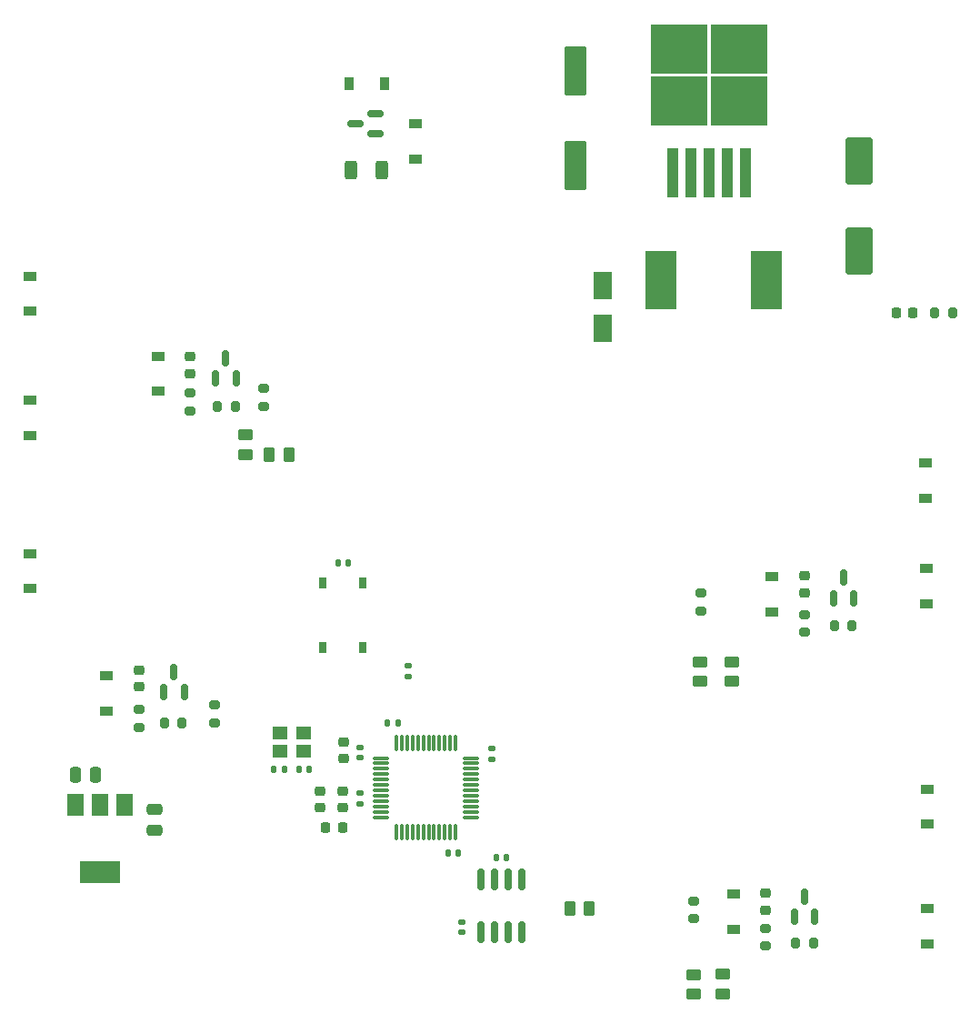
<source format=gtp>
G04 #@! TF.GenerationSoftware,KiCad,Pcbnew,(6.0.11)*
G04 #@! TF.CreationDate,2023-08-29T14:16:44-05:00*
G04 #@! TF.ProjectId,Cabina,43616269-6e61-42e6-9b69-6361645f7063,rev?*
G04 #@! TF.SameCoordinates,Original*
G04 #@! TF.FileFunction,Paste,Top*
G04 #@! TF.FilePolarity,Positive*
%FSLAX46Y46*%
G04 Gerber Fmt 4.6, Leading zero omitted, Abs format (unit mm)*
G04 Created by KiCad (PCBNEW (6.0.11)) date 2023-08-29 14:16:44*
%MOMM*%
%LPD*%
G01*
G04 APERTURE LIST*
G04 Aperture macros list*
%AMRoundRect*
0 Rectangle with rounded corners*
0 $1 Rounding radius*
0 $2 $3 $4 $5 $6 $7 $8 $9 X,Y pos of 4 corners*
0 Add a 4 corners polygon primitive as box body*
4,1,4,$2,$3,$4,$5,$6,$7,$8,$9,$2,$3,0*
0 Add four circle primitives for the rounded corners*
1,1,$1+$1,$2,$3*
1,1,$1+$1,$4,$5*
1,1,$1+$1,$6,$7*
1,1,$1+$1,$8,$9*
0 Add four rect primitives between the rounded corners*
20,1,$1+$1,$2,$3,$4,$5,0*
20,1,$1+$1,$4,$5,$6,$7,0*
20,1,$1+$1,$6,$7,$8,$9,0*
20,1,$1+$1,$8,$9,$2,$3,0*%
G04 Aperture macros list end*
%ADD10RoundRect,0.250000X-0.450000X0.262500X-0.450000X-0.262500X0.450000X-0.262500X0.450000X0.262500X0*%
%ADD11RoundRect,0.150000X0.150000X-0.587500X0.150000X0.587500X-0.150000X0.587500X-0.150000X-0.587500X0*%
%ADD12RoundRect,0.075000X-0.662500X-0.075000X0.662500X-0.075000X0.662500X0.075000X-0.662500X0.075000X0*%
%ADD13RoundRect,0.075000X-0.075000X-0.662500X0.075000X-0.662500X0.075000X0.662500X-0.075000X0.662500X0*%
%ADD14R,1.220000X0.910000*%
%ADD15RoundRect,0.140000X0.140000X0.170000X-0.140000X0.170000X-0.140000X-0.170000X0.140000X-0.170000X0*%
%ADD16RoundRect,0.140000X0.170000X-0.140000X0.170000X0.140000X-0.170000X0.140000X-0.170000X-0.140000X0*%
%ADD17RoundRect,0.250000X-0.250000X-0.475000X0.250000X-0.475000X0.250000X0.475000X-0.250000X0.475000X0*%
%ADD18RoundRect,0.250000X0.450000X-0.262500X0.450000X0.262500X-0.450000X0.262500X-0.450000X-0.262500X0*%
%ADD19RoundRect,0.150000X0.587500X0.150000X-0.587500X0.150000X-0.587500X-0.150000X0.587500X-0.150000X0*%
%ADD20RoundRect,0.200000X-0.275000X0.200000X-0.275000X-0.200000X0.275000X-0.200000X0.275000X0.200000X0*%
%ADD21R,1.800000X2.500000*%
%ADD22RoundRect,0.225000X0.250000X-0.225000X0.250000X0.225000X-0.250000X0.225000X-0.250000X-0.225000X0*%
%ADD23R,5.250000X4.550000*%
%ADD24R,1.100000X4.600000*%
%ADD25RoundRect,0.250000X1.000000X-1.950000X1.000000X1.950000X-1.000000X1.950000X-1.000000X-1.950000X0*%
%ADD26R,2.899999X5.399999*%
%ADD27RoundRect,0.140000X-0.140000X-0.170000X0.140000X-0.170000X0.140000X0.170000X-0.140000X0.170000X0*%
%ADD28RoundRect,0.200000X0.200000X0.275000X-0.200000X0.275000X-0.200000X-0.275000X0.200000X-0.275000X0*%
%ADD29R,1.500000X2.000000*%
%ADD30R,3.800000X2.000000*%
%ADD31RoundRect,0.150000X-0.150000X0.825000X-0.150000X-0.825000X0.150000X-0.825000X0.150000X0.825000X0*%
%ADD32RoundRect,0.250000X-0.262500X-0.450000X0.262500X-0.450000X0.262500X0.450000X-0.262500X0.450000X0*%
%ADD33RoundRect,0.140000X-0.170000X0.140000X-0.170000X-0.140000X0.170000X-0.140000X0.170000X0.140000X0*%
%ADD34RoundRect,0.218750X0.218750X0.256250X-0.218750X0.256250X-0.218750X-0.256250X0.218750X-0.256250X0*%
%ADD35RoundRect,0.250001X0.799999X-2.049999X0.799999X2.049999X-0.799999X2.049999X-0.799999X-2.049999X0*%
%ADD36R,1.200000X0.900000*%
%ADD37RoundRect,0.250000X0.475000X-0.250000X0.475000X0.250000X-0.475000X0.250000X-0.475000X-0.250000X0*%
%ADD38RoundRect,0.218750X-0.256250X0.218750X-0.256250X-0.218750X0.256250X-0.218750X0.256250X0.218750X0*%
%ADD39RoundRect,0.135000X0.185000X-0.135000X0.185000X0.135000X-0.185000X0.135000X-0.185000X-0.135000X0*%
%ADD40R,1.400000X1.200000*%
%ADD41R,0.750000X1.000000*%
%ADD42R,0.910000X1.220000*%
%ADD43RoundRect,0.250000X0.312500X0.625000X-0.312500X0.625000X-0.312500X-0.625000X0.312500X-0.625000X0*%
G04 APERTURE END LIST*
D10*
X176682400Y-98503100D03*
X176682400Y-100328100D03*
X131394200Y-77370300D03*
X131394200Y-79195300D03*
D11*
X182502000Y-122247900D03*
X184402000Y-122247900D03*
X183452000Y-120372900D03*
D12*
X144033300Y-107460600D03*
X144033300Y-107960600D03*
X144033300Y-108460600D03*
X144033300Y-108960600D03*
X144033300Y-109460600D03*
X144033300Y-109960600D03*
X144033300Y-110460600D03*
X144033300Y-110960600D03*
X144033300Y-111460600D03*
X144033300Y-111960600D03*
X144033300Y-112460600D03*
X144033300Y-112960600D03*
D13*
X145445800Y-114373100D03*
X145945800Y-114373100D03*
X146445800Y-114373100D03*
X146945800Y-114373100D03*
X147445800Y-114373100D03*
X147945800Y-114373100D03*
X148445800Y-114373100D03*
X148945800Y-114373100D03*
X149445800Y-114373100D03*
X149945800Y-114373100D03*
X150445800Y-114373100D03*
X150945800Y-114373100D03*
D12*
X152358300Y-112960600D03*
X152358300Y-112460600D03*
X152358300Y-111960600D03*
X152358300Y-111460600D03*
X152358300Y-110960600D03*
X152358300Y-110460600D03*
X152358300Y-109960600D03*
X152358300Y-109460600D03*
X152358300Y-108960600D03*
X152358300Y-108460600D03*
X152358300Y-107960600D03*
X152358300Y-107460600D03*
D13*
X150945800Y-106048100D03*
X150445800Y-106048100D03*
X149945800Y-106048100D03*
X149445800Y-106048100D03*
X148945800Y-106048100D03*
X148445800Y-106048100D03*
X147945800Y-106048100D03*
X147445800Y-106048100D03*
X146945800Y-106048100D03*
X146445800Y-106048100D03*
X145945800Y-106048100D03*
X145445800Y-106048100D03*
D14*
X111302800Y-77403200D03*
X111302800Y-74133200D03*
D15*
X137335200Y-108508800D03*
X136375200Y-108508800D03*
D16*
X142036800Y-107439400D03*
X142036800Y-106479400D03*
D17*
X115509000Y-108991400D03*
X117409000Y-108991400D03*
D14*
X180377600Y-93837000D03*
X180377600Y-90567000D03*
D18*
X173685200Y-100328100D03*
X173685200Y-98503100D03*
D19*
X143482300Y-49337000D03*
X143482300Y-47437000D03*
X141607300Y-48387000D03*
D20*
X173101000Y-120790200D03*
X173101000Y-122440200D03*
D15*
X151203600Y-116332000D03*
X150243600Y-116332000D03*
D14*
X194792600Y-93075000D03*
X194792600Y-89805000D03*
D21*
X164693600Y-63481200D03*
X164693600Y-67481200D03*
D22*
X140462000Y-112103200D03*
X140462000Y-110553200D03*
D18*
X173126400Y-129436500D03*
X173126400Y-127611500D03*
D10*
X175818800Y-127586100D03*
X175818800Y-129411100D03*
D23*
X177323800Y-46268600D03*
X171773800Y-41418600D03*
X177323800Y-41418600D03*
X171773800Y-46268600D03*
D24*
X171148800Y-52993600D03*
X172848800Y-52993600D03*
X174548800Y-52993600D03*
X176248800Y-52993600D03*
X177948800Y-52993600D03*
D25*
X188493400Y-60283200D03*
X188493400Y-51883200D03*
D26*
X170030600Y-62966599D03*
X179930600Y-62966599D03*
D27*
X144604800Y-104190800D03*
X145564800Y-104190800D03*
X134038400Y-108508800D03*
X134998400Y-108508800D03*
D14*
X194868800Y-110353600D03*
X194868800Y-113623600D03*
X194728600Y-79991200D03*
X194728600Y-83261200D03*
D28*
X130415800Y-74752200D03*
X128765800Y-74752200D03*
D29*
X120105200Y-111785000D03*
D30*
X117805200Y-118085000D03*
D29*
X117805200Y-111785000D03*
X115505200Y-111785000D03*
D20*
X128473200Y-102527600D03*
X128473200Y-104177600D03*
D31*
X157122400Y-118748000D03*
X155852400Y-118748000D03*
X154582400Y-118748000D03*
X153312400Y-118748000D03*
X153312400Y-123698000D03*
X154582400Y-123698000D03*
X155852400Y-123698000D03*
X157122400Y-123698000D03*
D32*
X161596700Y-121488200D03*
X163421700Y-121488200D03*
D33*
X154305000Y-106606400D03*
X154305000Y-107566400D03*
D14*
X118389400Y-103057200D03*
X118389400Y-99787200D03*
D22*
X140487400Y-107505800D03*
X140487400Y-105955800D03*
D20*
X133045200Y-73063600D03*
X133045200Y-74713600D03*
D32*
X133580500Y-79248000D03*
X135405500Y-79248000D03*
D20*
X173812200Y-92090100D03*
X173812200Y-93740100D03*
D34*
X193548100Y-66014600D03*
X191973100Y-66014600D03*
D22*
X138328400Y-112103200D03*
X138328400Y-110553200D03*
D20*
X183489600Y-94094800D03*
X183489600Y-95744800D03*
X121513600Y-102959400D03*
X121513600Y-104609400D03*
D35*
X162102800Y-52304400D03*
X162102800Y-43504400D03*
D28*
X125462800Y-104190800D03*
X123812800Y-104190800D03*
D16*
X151561800Y-123695400D03*
X151561800Y-122735400D03*
D34*
X140411300Y-113893600D03*
X138836300Y-113893600D03*
D11*
X186121000Y-92555300D03*
X188021000Y-92555300D03*
X187071000Y-90680300D03*
D14*
X111353600Y-62601600D03*
X111353600Y-65871600D03*
X194868800Y-124774200D03*
X194868800Y-121504200D03*
D36*
X147193000Y-48413400D03*
X147193000Y-51713400D03*
D14*
X111340400Y-88408000D03*
X111340400Y-91678000D03*
D28*
X187870600Y-95123000D03*
X186220600Y-95123000D03*
D37*
X122910600Y-114157800D03*
X122910600Y-112257800D03*
D38*
X183489600Y-90500100D03*
X183489600Y-92075100D03*
D20*
X126238000Y-73470000D03*
X126238000Y-75120000D03*
D27*
X154712000Y-116727200D03*
X155672000Y-116727200D03*
D11*
X123764000Y-101343700D03*
X125664000Y-101343700D03*
X124714000Y-99468700D03*
D14*
X123266200Y-73313800D03*
X123266200Y-70043800D03*
D16*
X142036800Y-111706600D03*
X142036800Y-110746600D03*
D38*
X126224800Y-70078500D03*
X126224800Y-71653500D03*
X179830000Y-120063400D03*
X179830000Y-121638400D03*
D15*
X140937400Y-89272300D03*
X139977400Y-89272300D03*
D39*
X146507200Y-99874800D03*
X146507200Y-98854800D03*
D14*
X176871400Y-123374900D03*
X176871400Y-120104900D03*
D28*
X197243200Y-66014600D03*
X195593200Y-66014600D03*
D40*
X136786800Y-105093400D03*
X134586800Y-105093400D03*
X134586800Y-106793400D03*
X136786800Y-106793400D03*
D41*
X138557000Y-97155000D03*
X138557000Y-91155000D03*
X142307000Y-97155000D03*
X142307000Y-91155000D03*
D11*
X128590000Y-72133700D03*
X130490000Y-72133700D03*
X129540000Y-70258700D03*
D42*
X141023600Y-44678600D03*
X144293600Y-44678600D03*
D43*
X144083500Y-52755800D03*
X141158500Y-52755800D03*
D38*
X121513600Y-99263100D03*
X121513600Y-100838100D03*
D20*
X179842200Y-123302500D03*
X179842200Y-124952500D03*
D28*
X184263800Y-124688600D03*
X182613800Y-124688600D03*
M02*

</source>
